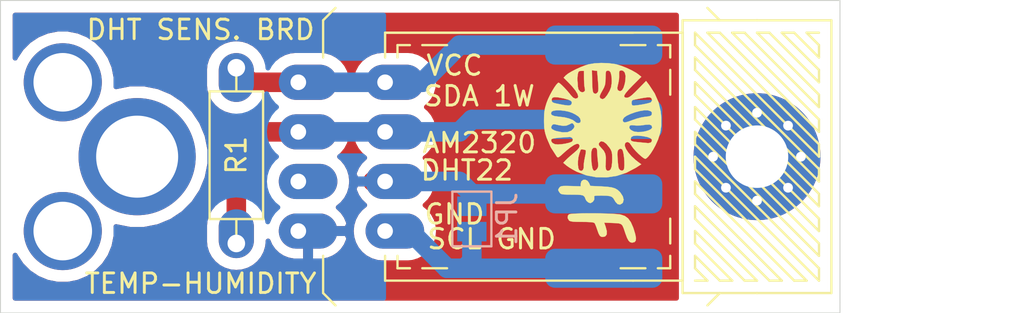
<source format=kicad_pcb>
(kicad_pcb (version 20171130) (host pcbnew 5.1.5+dfsg1-2build2)

  (general
    (thickness 1.6)
    (drawings 14)
    (tracks 26)
    (zones 0)
    (modules 7)
    (nets 6)
  )

  (page A4)
  (layers
    (0 F.Cu signal)
    (31 B.Cu signal)
    (32 B.Adhes user)
    (33 F.Adhes user)
    (34 B.Paste user)
    (35 F.Paste user)
    (36 B.SilkS user)
    (37 F.SilkS user)
    (38 B.Mask user)
    (39 F.Mask user)
    (40 Dwgs.User user)
    (41 Cmts.User user)
    (42 Eco1.User user)
    (43 Eco2.User user)
    (44 Edge.Cuts user)
    (45 Margin user)
    (46 B.CrtYd user)
    (47 F.CrtYd user)
    (48 B.Fab user)
    (49 F.Fab user)
  )

  (setup
    (last_trace_width 0.25)
    (user_trace_width 1)
    (user_trace_width 1.2)
    (trace_clearance 0.2)
    (zone_clearance 0.6)
    (zone_45_only no)
    (trace_min 0.2)
    (via_size 0.8)
    (via_drill 0.4)
    (via_min_size 0.4)
    (via_min_drill 0.3)
    (uvia_size 0.3)
    (uvia_drill 0.1)
    (uvias_allowed no)
    (uvia_min_size 0.2)
    (uvia_min_drill 0.1)
    (edge_width 0.05)
    (segment_width 0.2)
    (pcb_text_width 0.3)
    (pcb_text_size 1.5 1.5)
    (mod_edge_width 0.12)
    (mod_text_size 1 1)
    (mod_text_width 0.15)
    (pad_size 1.524 1.524)
    (pad_drill 0.762)
    (pad_to_mask_clearance 0.051)
    (solder_mask_min_width 0.25)
    (aux_axis_origin 0 0)
    (visible_elements FFFFFF7F)
    (pcbplotparams
      (layerselection 0x010fc_ffffffff)
      (usegerberextensions false)
      (usegerberattributes false)
      (usegerberadvancedattributes false)
      (creategerberjobfile false)
      (excludeedgelayer true)
      (linewidth 0.100000)
      (plotframeref false)
      (viasonmask false)
      (mode 1)
      (useauxorigin false)
      (hpglpennumber 1)
      (hpglpenspeed 20)
      (hpglpendiameter 15.000000)
      (psnegative false)
      (psa4output false)
      (plotreference true)
      (plotvalue true)
      (plotinvisibletext false)
      (padsonsilk false)
      (subtractmaskfromsilk false)
      (outputformat 1)
      (mirror false)
      (drillshape 1)
      (scaleselection 1)
      (outputdirectory ""))
  )

  (net 0 "")
  (net 1 "Net-(J1-Pad4)")
  (net 2 GND)
  (net 3 "Net-(DHT1-Pad2)")
  (net 4 +5C)
  (net 5 "Net-(DHT1-Pad3)")

  (net_class Default "This is the default net class."
    (clearance 0.2)
    (trace_width 0.25)
    (via_dia 0.8)
    (via_drill 0.4)
    (uvia_dia 0.3)
    (uvia_drill 0.1)
    (add_net +5C)
    (add_net GND)
    (add_net "Net-(DHT1-Pad2)")
    (add_net "Net-(DHT1-Pad3)")
    (add_net "Net-(J1-Pad4)")
  )

  (module myComponents:xffLogo (layer F.Cu) (tedit 0) (tstamp 635DA11C)
    (at 79.375 41.275 270)
    (fp_text reference G*** (at 0 0 90) (layer F.SilkS) hide
      (effects (font (size 1.524 1.524) (thickness 0.3)))
    )
    (fp_text value LOGO (at 0.75 0 90) (layer F.SilkS) hide
      (effects (font (size 1.524 1.524) (thickness 0.3)))
    )
    (fp_poly (pts (xy 4.52408 -1.664767) (xy 4.597892 -1.605237) (xy 4.625922 -1.495954) (xy 4.626945 -1.461491)
      (xy 4.604769 -1.374489) (xy 4.529698 -1.297122) (xy 4.388919 -1.220976) (xy 4.169617 -1.137635)
      (xy 4.096774 -1.113296) (xy 3.890106 -1.044061) (xy 3.75707 -0.984471) (xy 3.680508 -0.911788)
      (xy 3.643261 -0.803273) (xy 3.628172 -0.636187) (xy 3.622072 -0.484214) (xy 3.605244 -0.049101)
      (xy 3.808871 -0.120946) (xy 4.043877 -0.182092) (xy 4.210366 -0.175549) (xy 4.308283 -0.101333)
      (xy 4.337761 0.027836) (xy 4.32351 0.113665) (xy 4.269056 0.180265) (xy 4.156846 0.24063)
      (xy 3.969327 0.307756) (xy 3.952182 0.313283) (xy 3.796335 0.368) (xy 3.674269 0.419315)
      (xy 3.62685 0.446055) (xy 3.598132 0.507389) (xy 3.579047 0.643116) (xy 3.568856 0.861097)
      (xy 3.566604 1.086899) (xy 3.564167 1.350303) (xy 3.555615 1.533842) (xy 3.539087 1.65395)
      (xy 3.512723 1.727065) (xy 3.490865 1.75576) (xy 3.369343 1.82407) (xy 3.245179 1.809491)
      (xy 3.179294 1.757117) (xy 3.161027 1.687192) (xy 3.146671 1.53671) (xy 3.136158 1.321425)
      (xy 3.129422 1.057092) (xy 3.126393 0.759466) (xy 3.127005 0.444301) (xy 3.131189 0.127353)
      (xy 3.138877 -0.175623) (xy 3.150003 -0.448874) (xy 3.164498 -0.676643) (xy 3.182294 -0.843176)
      (xy 3.190683 -0.890821) (xy 3.263222 -1.104237) (xy 3.387559 -1.273698) (xy 3.577387 -1.411604)
      (xy 3.8464 -1.530355) (xy 3.928248 -1.558708) (xy 4.199227 -1.640115) (xy 4.394514 -1.67593)
      (xy 4.52408 -1.664767)) (layer F.SilkS) (width 0.01))
    (fp_poly (pts (xy 2.570618 -1.008574) (xy 2.613344 -0.97468) (xy 2.681089 -0.856682) (xy 2.655322 -0.737887)
      (xy 2.538634 -0.624999) (xy 2.460751 -0.579739) (xy 2.355835 -0.516474) (xy 2.286144 -0.440722)
      (xy 2.244628 -0.332424) (xy 2.224236 -0.171521) (xy 2.21792 0.062045) (xy 2.217736 0.111692)
      (xy 2.218926 0.299677) (xy 2.226769 0.40932) (xy 2.24645 0.458665) (xy 2.283155 0.465753)
      (xy 2.316927 0.456778) (xy 2.43118 0.46436) (xy 2.537552 0.535242) (xy 2.598708 0.640941)
      (xy 2.602657 0.674763) (xy 2.566308 0.77041) (xy 2.482489 0.863476) (xy 2.389044 0.914185)
      (xy 2.373367 0.915749) (xy 2.29952 0.946844) (xy 2.244619 0.991488) (xy 2.209947 1.046709)
      (xy 2.1872 1.141078) (xy 2.17431 1.291625) (xy 2.169208 1.515379) (xy 2.168881 1.61532)
      (xy 2.167611 1.853977) (xy 2.161638 2.015149) (xy 2.147712 2.117734) (xy 2.122583 2.180632)
      (xy 2.083004 2.222741) (xy 2.061762 2.238443) (xy 1.9647 2.29911) (xy 1.897659 2.303087)
      (xy 1.813689 2.25172) (xy 1.805544 2.245779) (xy 1.764187 2.20612) (xy 1.738357 2.147337)
      (xy 1.725452 2.05006) (xy 1.722873 1.894923) (xy 1.727875 1.667411) (xy 1.742783 1.156736)
      (xy 1.624352 1.156736) (xy 1.490554 1.121997) (xy 1.416348 1.03522) (xy 1.404959 0.922562)
      (xy 1.459614 0.810183) (xy 1.571637 0.729244) (xy 1.721452 0.663233) (xy 1.747511 0.097647)
      (xy 1.767032 -0.20391) (xy 1.798007 -0.428944) (xy 1.846928 -0.597202) (xy 1.920287 -0.728429)
      (xy 2.024578 -0.842369) (xy 2.0696 -0.881827) (xy 2.255004 -1.001689) (xy 2.427059 -1.0448)
      (xy 2.570618 -1.008574)) (layer F.SilkS) (width 0.01))
    (fp_poly (pts (xy -1.019326 -2.92245) (xy -0.658523 -2.8092) (xy -0.36148 -2.676744) (xy -0.140009 -2.557172)
      (xy 0.056986 -2.431197) (xy 0.212943 -2.311282) (xy 0.311299 -2.20989) (xy 0.337382 -2.150894)
      (xy 0.303411 -2.073965) (xy 0.214138 -1.955297) (xy 0.088519 -1.814615) (xy -0.054491 -1.671643)
      (xy -0.195935 -1.546103) (xy -0.316856 -1.45772) (xy -0.34285 -1.443131) (xy -0.476536 -1.347822)
      (xy -0.529972 -1.247243) (xy -0.498874 -1.155584) (xy -0.44248 -1.113197) (xy -0.326869 -1.102789)
      (xy -0.171124 -1.162194) (xy 0.010898 -1.281366) (xy 0.20534 -1.450261) (xy 0.398347 -1.658835)
      (xy 0.51253 -1.805485) (xy 0.615382 -1.947249) (xy 0.795536 -1.665622) (xy 1.045329 -1.190414)
      (xy 1.209633 -0.687032) (xy 1.287644 -0.168164) (xy 1.278559 0.353499) (xy 1.181574 0.865269)
      (xy 0.995886 1.354456) (xy 0.987795 1.370964) (xy 0.885693 1.562744) (xy 0.777355 1.742868)
      (xy 0.684782 1.874965) (xy 0.677738 1.883538) (xy 0.539496 2.048387) (xy 0.40983 1.927894)
      (xy 0.3159 1.831287) (xy 0.188043 1.687879) (xy 0.051961 1.526609) (xy 0.035271 1.506167)
      (xy -0.121755 1.3291) (xy -0.2434 1.232332) (xy -0.339298 1.210924) (xy -0.419083 1.259935)
      (xy -0.427039 1.269111) (xy -0.436176 1.353409) (xy -0.376646 1.49285) (xy -0.253058 1.679951)
      (xy -0.070023 1.907224) (xy 0.046621 2.038255) (xy 0.173067 2.178846) (xy 0.241839 2.267623)
      (xy 0.261528 2.322778) (xy 0.240726 2.362503) (xy 0.211428 2.387235) (xy -0.255029 2.687995)
      (xy -0.736752 2.897338) (xy -0.943726 2.96411) (xy -1.121861 3.005418) (xy -1.308534 3.026955)
      (xy -1.541126 3.034419) (xy -1.63871 3.034761) (xy -1.901395 3.029988) (xy -2.106191 3.012337)
      (xy -2.291335 2.976122) (xy -2.495063 2.915658) (xy -2.539433 2.900823) (xy -2.72941 2.825946)
      (xy -2.935736 2.727577) (xy -3.13975 2.616853) (xy -3.322789 2.504907) (xy -3.335002 2.496217)
      (xy -2.824177 2.496217) (xy -2.795579 2.59874) (xy -2.72676 2.641202) (xy -2.661983 2.641606)
      (xy -2.601596 2.628109) (xy -2.558797 2.592231) (xy -2.524949 2.515244) (xy -2.494821 2.392308)
      (xy -2.149116 2.392308) (xy -2.128589 2.549898) (xy -2.084089 2.64222) (xy -2.075083 2.649068)
      (xy -1.977115 2.679688) (xy -1.904307 2.630046) (xy -1.853828 2.495469) (xy -1.822847 2.271285)
      (xy -1.819542 2.227245) (xy -1.786397 1.974049) (xy -1.727398 1.742623) (xy -1.677184 1.620832)
      (xy -1.489087 1.620832) (xy -1.441055 1.714656) (xy -1.433871 1.726913) (xy -1.369639 1.87756)
      (xy -1.353785 2.046217) (xy -1.384981 2.261695) (xy -1.405255 2.347515) (xy -1.435118 2.487023)
      (xy -1.431887 2.566712) (xy -1.392324 2.618417) (xy -1.376471 2.630633) (xy -1.275693 2.672706)
      (xy -1.192664 2.631816) (xy -1.120791 2.502661) (xy -1.084819 2.396108) (xy -1.021219 2.084863)
      (xy -1.030165 1.8279) (xy -1.065345 1.741418) (xy -0.784103 1.741418) (xy -0.775706 1.843556)
      (xy -0.76372 2.009029) (xy -0.750509 2.204962) (xy -0.748367 2.238077) (xy -0.728999 2.43377)
      (xy -0.701212 2.579622) (xy -0.669359 2.653594) (xy -0.665722 2.656441) (xy -0.570694 2.667359)
      (xy -0.479322 2.602785) (xy -0.415669 2.481435) (xy -0.409468 2.457113) (xy -0.399588 2.322133)
      (xy -0.41165 2.142745) (xy -0.440444 1.948735) (xy -0.480759 1.76989) (xy -0.527386 1.635996)
      (xy -0.562215 1.583917) (xy -0.656697 1.552756) (xy -0.739937 1.596394) (xy -0.78365 1.694756)
      (xy -0.784103 1.741418) (xy -1.065345 1.741418) (xy -1.110994 1.629204) (xy -1.23204 1.511496)
      (xy -1.322691 1.470883) (xy -1.404332 1.500298) (xy -1.424829 1.514762) (xy -1.484221 1.566936)
      (xy -1.489087 1.620832) (xy -1.677184 1.620832) (xy -1.650482 1.556068) (xy -1.563584 1.437487)
      (xy -1.543004 1.422247) (xy -1.505152 1.355447) (xy -1.494118 1.274385) (xy -1.515395 1.18387)
      (xy -1.596941 1.15696) (xy -1.611168 1.156736) (xy -1.727961 1.183356) (xy -1.833724 1.27142)
      (xy -1.940007 1.433234) (xy -2.017579 1.58973) (xy -2.079902 1.768161) (xy -2.123468 1.977416)
      (xy -2.146974 2.193472) (xy -2.149116 2.392308) (xy -2.494821 2.392308) (xy -2.491417 2.378421)
      (xy -2.455246 2.193299) (xy -2.414381 1.960821) (xy -2.396567 1.804594) (xy -2.402927 1.707)
      (xy -2.434588 1.650424) (xy -2.491999 1.617506) (xy -2.571411 1.610094) (xy -2.636634 1.663152)
      (xy -2.694259 1.787507) (xy -2.750875 1.993984) (xy -2.768126 2.071139) (xy -2.814408 2.323671)
      (xy -2.824177 2.496217) (xy -3.335002 2.496217) (xy -3.46619 2.402877) (xy -3.551291 2.321896)
      (xy -3.566603 2.287945) (xy -3.532332 2.227812) (xy -3.441504 2.12411) (xy -3.312098 1.994399)
      (xy -3.162092 1.856235) (xy -3.009465 1.727177) (xy -2.927988 1.664272) (xy -2.794875 1.538403)
      (xy -2.747273 1.423672) (xy -2.747248 1.421258) (xy -2.776169 1.314734) (xy -2.859272 1.281558)
      (xy -2.991064 1.319371) (xy -3.166057 1.425814) (xy -3.378759 1.59853) (xy -3.559772 1.770184)
      (xy -3.819495 2.029907) (xy -3.937457 1.919087) (xy -4.030283 1.802175) (xy -4.140587 1.61847)
      (xy -4.25625 1.392916) (xy -4.36515 1.150459) (xy -4.427518 0.988045) (xy -4.16907 0.988045)
      (xy -4.16907 1.132637) (xy -4.15917 1.227259) (xy -4.111323 1.276306) (xy -3.998309 1.304564)
      (xy -3.976281 1.308185) (xy -3.812414 1.323971) (xy -3.662434 1.322232) (xy -3.644924 1.320235)
      (xy -3.48493 1.305499) (xy -3.367789 1.301328) (xy -3.223831 1.270483) (xy -3.11794 1.192499)
      (xy -3.086708 1.12393) (xy -0.146965 1.12393) (xy -0.132543 1.157462) (xy -0.084222 1.172649)
      (xy 0.022785 1.209925) (xy 0.072296 1.227642) (xy 0.25083 1.273245) (xy 0.452209 1.296474)
      (xy 0.648246 1.297419) (xy 0.810751 1.276167) (xy 0.911535 1.232807) (xy 0.919103 1.224992)
      (xy 0.956681 1.127341) (xy 0.91392 1.047066) (xy 0.806865 1.002801) (xy 0.725885 1.000599)
      (xy 0.598424 0.996207) (xy 0.420003 0.972165) (xy 0.258558 0.94008) (xy 0.092399 0.906766)
      (xy -0.037096 0.890401) (xy -0.100557 0.894223) (xy -0.126835 0.946861) (xy -0.144151 1.038634)
      (xy -0.146965 1.12393) (xy -3.086708 1.12393) (xy -3.070891 1.089207) (xy -3.087485 1.006808)
      (xy -3.146654 0.938084) (xy -3.236608 0.937207) (xy -3.26933 0.946193) (xy -3.378914 0.965076)
      (xy -3.550737 0.979342) (xy -3.750665 0.986311) (xy -3.783491 0.986572) (xy -4.16907 0.988045)
      (xy -4.427518 0.988045) (xy -4.455168 0.916043) (xy -4.505972 0.748982) (xy -4.534175 0.581485)
      (xy -4.199872 0.581485) (xy -3.635349 0.567877) (xy -3.386302 0.559788) (xy -3.216629 0.54793)
      (xy -3.109314 0.529627) (xy -3.047343 0.502204) (xy -3.018298 0.470828) (xy -3.000188 0.406492)
      (xy -0.233322 0.406492) (xy -0.227686 0.504507) (xy -0.161299 0.571619) (xy -0.02656 0.609576)
      (xy 0.184135 0.620127) (xy 0.478389 0.605021) (xy 0.587843 0.595395) (xy 0.803271 0.561142)
      (xy 0.924432 0.507817) (xy 0.951603 0.435144) (xy 0.885063 0.342849) (xy 0.862165 0.323327)
      (xy 0.779397 0.273149) (xy 0.676842 0.255857) (xy 0.520468 0.26673) (xy 0.485687 0.271092)
      (xy 0.285513 0.292392) (xy 0.082942 0.306725) (xy 0.000857 0.309666) (xy -0.139651 0.32055)
      (xy -0.209996 0.35406) (xy -0.233322 0.406492) (xy -3.000188 0.406492) (xy -2.99424 0.385366)
      (xy -3.045204 0.307953) (xy -3.091715 0.273251) (xy -3.158842 0.25363) (xy -3.265898 0.247902)
      (xy -3.432198 0.254877) (xy -3.646854 0.270901) (xy -4.16907 0.313283) (xy -4.199872 0.581485)
      (xy -4.534175 0.581485) (xy -4.555377 0.45557) (xy -4.574809 0.11038) (xy -4.56486 -0.22886)
      (xy -4.184461 -0.22886) (xy -4.169589 -0.173636) (xy -4.130431 -0.141042) (xy -4.045956 -0.124961)
      (xy -3.895132 -0.119273) (xy -3.805109 -0.118502) (xy -3.599757 -0.112015) (xy -3.450078 -0.088626)
      (xy -3.315602 -0.038392) (xy -3.178543 0.035428) (xy -3.006726 0.130566) (xy -2.894843 0.177433)
      (xy -2.822125 0.180471) (xy -2.767802 0.144123) (xy -2.752318 0.126602) (xy -2.744098 0.102886)
      (xy -0.562795 0.102886) (xy -0.533987 0.164092) (xy -0.447862 0.231448) (xy -0.355732 0.21735)
      (xy -0.240206 0.118972) (xy -0.237339 0.115914) (xy -0.081427 -0.024837) (xy 0.080423 -0.105121)
      (xy 0.277411 -0.134377) (xy 0.507934 -0.124963) (xy 0.737661 -0.116351) (xy 0.881941 -0.141821)
      (xy 0.946362 -0.203761) (xy 0.93651 -0.304559) (xy 0.935364 -0.30759) (xy 0.872793 -0.379173)
      (xy 0.743345 -0.426456) (xy 0.537111 -0.451802) (xy 0.305385 -0.457875) (xy 0.111878 -0.453032)
      (xy -0.022422 -0.431991) (xy -0.134487 -0.38498) (xy -0.247957 -0.311643) (xy -0.432558 -0.158889)
      (xy -0.539106 -0.018048) (xy -0.562795 0.102886) (xy -2.744098 0.102886) (xy -2.718513 0.029076)
      (xy -2.775053 -0.077623) (xy -2.924132 -0.197519) (xy -2.931606 -0.202361) (xy -3.146971 -0.327866)
      (xy -3.332903 -0.399479) (xy -3.529622 -0.429941) (xy -3.662128 -0.433776) (xy -3.920243 -0.419865)
      (xy -4.089716 -0.377137) (xy -4.174342 -0.304102) (xy -4.184461 -0.22886) (xy -4.56486 -0.22886)
      (xy -4.564334 -0.246773) (xy -4.524016 -0.576071) (xy -4.503658 -0.674032) (xy -4.429454 -0.921122)
      (xy -4.421619 -0.941041) (xy -4.193169 -0.941041) (xy -4.186226 -0.866369) (xy -4.150998 -0.825944)
      (xy -4.065886 -0.811) (xy -3.90929 -0.812769) (xy -3.879886 -0.813872) (xy -3.708159 -0.803182)
      (xy -3.518452 -0.767363) (xy -3.470209 -0.753748) (xy -3.291707 -0.717216) (xy -3.182225 -0.743177)
      (xy -3.135529 -0.833891) (xy -3.133646 -0.86318) (xy -0.182396 -0.86318) (xy -0.142914 -0.793234)
      (xy -0.094888 -0.752975) (xy -0.019997 -0.731365) (xy 0.103597 -0.725795) (xy 0.297734 -0.733655)
      (xy 0.336265 -0.735951) (xy 0.534474 -0.751226) (xy 0.701843 -0.769859) (xy 0.810146 -0.78852)
      (xy 0.827678 -0.793937) (xy 0.917402 -0.867337) (xy 0.94242 -0.96625) (xy 0.905471 -1.041062)
      (xy 0.823104 -1.070842) (xy 0.674086 -1.083598) (xy 0.484648 -1.081425) (xy 0.281016 -1.066415)
      (xy 0.089421 -1.040664) (xy -0.063909 -1.006265) (xy -0.152746 -0.965311) (xy -0.160839 -0.955938)
      (xy -0.182396 -0.86318) (xy -3.133646 -0.86318) (xy -3.132827 -0.875913) (xy -3.17896 -0.963614)
      (xy -3.309317 -1.041142) (xy -3.511839 -1.102922) (xy -3.691057 -1.13394) (xy -3.921919 -1.142276)
      (xy -4.086843 -1.101369) (xy -4.177655 -1.014361) (xy -4.193169 -0.941041) (xy -4.421619 -0.941041)
      (xy -4.322021 -1.194236) (xy -4.196267 -1.460917) (xy -4.067103 -1.688709) (xy -3.983281 -1.806862)
      (xy -3.865783 -1.950916) (xy -3.420496 -1.505629) (xy -3.198879 -1.291721) (xy -3.032045 -1.15003)
      (xy -2.914204 -1.077785) (xy -2.839567 -1.072218) (xy -2.802343 -1.130558) (xy -2.795446 -1.206648)
      (xy -2.80711 -1.281659) (xy -2.849381 -1.36578) (xy -2.933174 -1.473441) (xy -3.069408 -1.619074)
      (xy -3.223843 -1.772967) (xy -3.65224 -2.192979) (xy -3.451442 -2.347027) (xy -3.404949 -2.377613)
      (xy -2.813541 -2.377613) (xy -2.813392 -2.262416) (xy -2.788655 -2.07842) (xy -2.769699 -1.97082)
      (xy -2.733247 -1.77875) (xy -2.701183 -1.62016) (xy -2.678892 -1.521345) (xy -2.674541 -1.506167)
      (xy -2.61615 -1.459562) (xy -2.517631 -1.447894) (xy -2.428111 -1.471369) (xy -2.398204 -1.505009)
      (xy -2.394819 -1.588314) (xy -2.409049 -1.736178) (xy -2.435932 -1.920143) (xy -2.470505 -2.111752)
      (xy -2.471094 -2.11445) (xy -2.151517 -2.11445) (xy -2.115971 -1.888622) (xy -2.050915 -1.639716)
      (xy -1.965467 -1.39806) (xy -1.868745 -1.193984) (xy -1.782852 -1.070963) (xy -1.676989 -1.000627)
      (xy -1.581403 -1.009464) (xy -1.527708 -1.077084) (xy -1.534291 -1.146273) (xy -1.571439 -1.278608)
      (xy -1.631714 -1.448649) (xy -1.649931 -1.495084) (xy -1.726866 -1.720107) (xy -1.787791 -1.958553)
      (xy -1.81936 -2.155648) (xy -1.84032 -2.33107) (xy -1.8504 -2.363766) (xy -1.420601 -2.363766)
      (xy -1.413038 -2.180209) (xy -1.398489 -2.100277) (xy -1.37154 -1.892469) (xy -1.369488 -1.683105)
      (xy -1.376748 -1.61058) (xy -1.389986 -1.45414) (xy -1.368622 -1.368653) (xy -1.346345 -1.34756)
      (xy -1.246442 -1.333223) (xy -1.151295 -1.402018) (xy -1.075787 -1.541216) (xy -1.059774 -1.59262)
      (xy -1.040248 -1.732125) (xy -0.855155 -1.732125) (xy -0.838726 -1.542794) (xy -0.78056 -1.43472)
      (xy -0.679745 -1.404659) (xy -0.662247 -1.406481) (xy -0.607446 -1.422989) (xy -0.571301 -1.467031)
      (xy -0.546501 -1.558756) (xy -0.525733 -1.718314) (xy -0.516745 -1.807401) (xy -0.497511 -2.005595)
      (xy -0.48079 -2.178863) (xy -0.46972 -2.294688) (xy -0.468548 -2.307159) (xy -0.493267 -2.421041)
      (xy -0.541316 -2.475033) (xy -0.636703 -2.497145) (xy -0.715876 -2.428749) (xy -0.779851 -2.268197)
      (xy -0.829644 -2.01384) (xy -0.830759 -2.005955) (xy -0.855155 -1.732125) (xy -1.040248 -1.732125)
      (xy -1.035672 -1.764814) (xy -1.042067 -1.960092) (xy -1.073515 -2.15513) (xy -1.124573 -2.326604)
      (xy -1.189797 -2.451189) (xy -1.263742 -2.505563) (xy -1.273024 -2.506262) (xy -1.374303 -2.471242)
      (xy -1.420601 -2.363766) (xy -1.8504 -2.363766) (xy -1.871311 -2.431587) (xy -1.91982 -2.478657)
      (xy -1.933966 -2.484091) (xy -2.038246 -2.493515) (xy -2.105082 -2.432386) (xy -2.148204 -2.288079)
      (xy -2.148432 -2.286869) (xy -2.151517 -2.11445) (xy -2.471094 -2.11445) (xy -2.507804 -2.28255)
      (xy -2.542867 -2.40408) (xy -2.561749 -2.442749) (xy -2.659288 -2.502513) (xy -2.760882 -2.469792)
      (xy -2.78982 -2.440745) (xy -2.813541 -2.377613) (xy -3.404949 -2.377613) (xy -3.017501 -2.6325)
      (xy -2.570068 -2.828635) (xy -2.090703 -2.94236) (xy -1.783302 -2.973734) (xy -1.382235 -2.974784)
      (xy -1.019326 -2.92245)) (layer F.SilkS) (width 0.01))
  )

  (module myComponents:DHT_Horiz (layer F.Cu) (tedit 633CA6D4) (tstamp 633CA9F0)
    (at 63.755 37.69)
    (path /63353A26)
    (fp_text reference DHT1 (at 8.255 -5.08) (layer F.SilkS) hide
      (effects (font (size 1 1) (thickness 0.15)))
    )
    (fp_text value DHT22 (at 19.05 13.335) (layer F.Fab) hide
      (effects (font (size 1 1) (thickness 0.15)))
    )
    (fp_line (start 20.955 11.43) (end 21.59 10.795) (layer F.SilkS) (width 0.12))
    (fp_line (start 20.955 -3.81) (end 21.59 -3.175) (layer F.SilkS) (width 0.12))
    (fp_text user DHT22 (at 8.635 4.51) (layer F.SilkS)
      (effects (font (size 1 1) (thickness 0.15)))
    )
    (fp_circle (center 23.495 3.81) (end 24.13 5.08) (layer F.SilkS) (width 0.12))
    (fp_line (start 1.27 10.795) (end 1.905 11.43) (layer F.SilkS) (width 0.12))
    (fp_line (start 1.27 -3.175) (end 1.905 -3.81) (layer F.SilkS) (width 0.12))
    (fp_line (start 1.27 10.795) (end 1.27 8.89) (layer F.SilkS) (width 0.12))
    (fp_line (start 1.27 -1.27) (end 1.27 -3.175) (layer F.SilkS) (width 0.12))
    (fp_line (start 20.955 -3.81) (end 21.59 -3.175) (layer F.CrtYd) (width 0.12))
    (fp_line (start 21.59 10.795) (end 20.955 11.43) (layer F.CrtYd) (width 0.12))
    (fp_line (start 1.905 11.43) (end 1.27 10.795) (layer F.CrtYd) (width 0.12))
    (fp_line (start 1.27 10.795) (end 1.27 -3.175) (layer F.CrtYd) (width 0.12))
    (fp_line (start 1.27 -3.175) (end 1.905 -3.81) (layer F.CrtYd) (width 0.12))
    (pad 1 thru_hole oval (at 0 0) (size 3 1.8) (drill 0.8 (offset 0.5 0)) (layers *.Cu *.Mask)
      (net 4 +5C))
    (pad 2 thru_hole oval (at 0 2.54) (size 3 1.8) (drill 0.8 (offset 0.5 0)) (layers *.Cu *.Mask)
      (net 3 "Net-(DHT1-Pad2)"))
    (pad 3 thru_hole oval (at 0 5.08) (size 3 1.8) (drill 0.8 (offset 0.5 0)) (layers *.Cu *.Mask)
      (net 5 "Net-(DHT1-Pad3)"))
    (pad 4 thru_hole oval (at 0 7.62) (size 3 1.8) (drill 0.8 (offset 0.5 0)) (layers *.Cu *.Mask)
      (net 2 GND))
  )

  (module myComponents:DHT_4wireCable4mm (layer F.Cu) (tedit 633C9FD0) (tstamp 633D1D33)
    (at 55.5 41.5)
    (path /6335D5FE)
    (fp_text reference J1 (at 0.635 -5.715) (layer F.SilkS) hide
      (effects (font (size 1 1) (thickness 0.15)))
    )
    (fp_text value Conn_01x04_Male (at 19.685 6.35) (layer F.Fab) hide
      (effects (font (size 1 1) (thickness 0.15)))
    )
    (pad 4 smd roundrect (at 25.4 5.715) (size 6 2) (drill (offset -1.5 0)) (layers B.Cu B.Paste B.Mask) (roundrect_rratio 0.25)
      (net 1 "Net-(J1-Pad4)"))
    (pad 3 smd roundrect (at 25.4 1.905) (size 6 2) (drill (offset -1.5 0)) (layers B.Cu B.Paste B.Mask) (roundrect_rratio 0.25)
      (net 2 GND))
    (pad 2 smd roundrect (at 25.4 -1.905) (size 6 2) (drill (offset -1.5 0)) (layers B.Cu B.Paste B.Mask) (roundrect_rratio 0.25)
      (net 3 "Net-(DHT1-Pad2)"))
    (pad 1 smd roundrect (at 25.4 -5.715) (size 6 2) (drill (offset -1.5 0)) (layers B.Cu B.Paste B.Mask) (roundrect_rratio 0.25)
      (net 4 +5C))
    (pad "" thru_hole circle (at 0 0) (size 6 6) (drill 4.2) (layers *.Cu *.Mask))
    (pad "" thru_hole circle (at -3.81 -3.81) (size 4 4) (drill 3) (layers *.Cu *.Mask))
    (pad "" thru_hole circle (at -3.81 3.81) (size 4 4) (drill 3) (layers *.Cu *.Mask))
  )

  (module "myComponents:M3 mechanical" (layer F.Cu) (tedit 633C9DD9) (tstamp 633D1CD5)
    (at 87.25 41.5)
    (fp_text reference REF** (at -6.985 4.445 90) (layer F.SilkS) hide
      (effects (font (size 1 1) (thickness 0.15)))
    )
    (fp_text value "M3 mechanical" (at -5.08 1.27 90) (layer F.Fab) hide
      (effects (font (size 1 1) (thickness 0.15)))
    )
    (fp_text user %R (at 11.43 -0.635) (layer F.Fab)
      (effects (font (size 1 1) (thickness 0.15)))
    )
    (fp_circle (center 0 0) (end 3.1 0) (layer Cmts.User) (width 0.15))
    (fp_line (start 0 6.985) (end 3.81 6.985) (layer F.SilkS) (width 0.12))
    (fp_text user " " (at 0 -2.985) (layer F.Fab)
      (effects (font (size 1 1) (thickness 0.15)))
    )
    (fp_line (start -3.81 6.985) (end 0 6.985) (layer F.SilkS) (width 0.12))
    (fp_line (start 0 -6.985) (end 3.81 -6.985) (layer F.SilkS) (width 0.12))
    (fp_line (start -3.81 -6.985) (end 0 -6.985) (layer F.SilkS) (width 0.12))
    (fp_line (start 3.81 -6.985) (end 3.81 6.985) (layer F.SilkS) (width 0.12))
    (fp_line (start -3.81 -6.985) (end -3.81 6.985) (layer F.SilkS) (width 0.12))
    (fp_line (start 3.81 -6.985) (end 3.81 6.985) (layer F.CrtYd) (width 0.12))
    (fp_line (start 3.81 6.985) (end -3.81 6.985) (layer F.CrtYd) (width 0.12))
    (fp_line (start -3.81 6.985) (end -3.81 -6.985) (layer F.CrtYd) (width 0.12))
    (fp_line (start -3.81 -6.985) (end 3.81 -6.985) (layer F.CrtYd) (width 0.12))
    (fp_line (start 3.175 -6.35) (end 2.54 -6.35) (layer F.SilkS) (width 0.12))
    (fp_line (start 2.54 -6.35) (end 3.175 -5.715) (layer F.SilkS) (width 0.12))
    (fp_line (start 3.175 -5.715) (end 3.175 -5.08) (layer F.SilkS) (width 0.12))
    (fp_line (start 3.175 -5.08) (end 1.905 -6.35) (layer F.SilkS) (width 0.12))
    (fp_line (start 1.905 -6.35) (end 1.27 -6.35) (layer F.SilkS) (width 0.12))
    (fp_line (start 1.27 -6.35) (end 3.175 -4.445) (layer F.SilkS) (width 0.12))
    (fp_line (start 3.175 -4.445) (end 3.175 -3.81) (layer F.SilkS) (width 0.12))
    (fp_line (start 3.175 -3.81) (end 0.635 -6.35) (layer F.SilkS) (width 0.12))
    (fp_line (start 0.635 -6.35) (end 0 -6.35) (layer F.SilkS) (width 0.12))
    (fp_line (start 0 -6.35) (end 3.175 -3.175) (layer F.SilkS) (width 0.12))
    (fp_line (start 3.175 -3.175) (end 3.175 -2.54) (layer F.SilkS) (width 0.12))
    (fp_line (start 3.175 -2.54) (end -0.635 -6.35) (layer F.SilkS) (width 0.12))
    (fp_line (start -0.635 -6.35) (end -1.27 -6.35) (layer F.SilkS) (width 0.12))
    (fp_line (start -1.27 -6.35) (end 3.175 -1.905) (layer F.SilkS) (width 0.12))
    (fp_line (start 3.175 -1.905) (end 3.175 -1.27) (layer F.SilkS) (width 0.12))
    (fp_line (start 3.175 -1.27) (end -1.905 -6.35) (layer F.SilkS) (width 0.12))
    (fp_line (start -1.905 -6.35) (end -2.54 -6.35) (layer F.SilkS) (width 0.12))
    (fp_line (start -2.54 -6.35) (end 3.175 -0.635) (layer F.SilkS) (width 0.12))
    (fp_line (start 3.175 -0.635) (end 3.175 0) (layer F.SilkS) (width 0.12))
    (fp_line (start 3.175 0) (end -3.175 -6.35) (layer F.SilkS) (width 0.12))
    (fp_line (start -3.175 -6.35) (end -3.175 -5.715) (layer F.SilkS) (width 0.12))
    (fp_line (start -3.175 -5.715) (end 3.175 0.635) (layer F.SilkS) (width 0.12))
    (fp_line (start 3.175 0.635) (end 3.175 1.27) (layer F.SilkS) (width 0.12))
    (fp_line (start 3.175 1.27) (end -3.175 -5.08) (layer F.SilkS) (width 0.12))
    (fp_line (start -3.175 -5.08) (end -3.175 -4.445) (layer F.SilkS) (width 0.12))
    (fp_line (start -3.175 -4.445) (end 3.175 1.905) (layer F.SilkS) (width 0.12))
    (fp_line (start 3.175 1.905) (end 3.175 2.54) (layer F.SilkS) (width 0.12))
    (fp_line (start 3.175 2.54) (end -3.175 -3.81) (layer F.SilkS) (width 0.12))
    (fp_line (start -3.175 -3.81) (end -3.175 -3.175) (layer F.SilkS) (width 0.12))
    (fp_line (start -3.175 -3.175) (end 3.175 3.175) (layer F.SilkS) (width 0.12))
    (fp_line (start 3.175 3.175) (end 3.175 3.81) (layer F.SilkS) (width 0.12))
    (fp_line (start 3.175 3.81) (end -3.175 -2.54) (layer F.SilkS) (width 0.12))
    (fp_line (start -3.175 -2.54) (end -3.175 -1.905) (layer F.SilkS) (width 0.12))
    (fp_line (start -3.175 -1.905) (end 3.175 4.445) (layer F.SilkS) (width 0.12))
    (fp_line (start 3.175 4.445) (end 3.175 5.08) (layer F.SilkS) (width 0.12))
    (fp_line (start 3.175 5.08) (end -3.175 -1.27) (layer F.SilkS) (width 0.12))
    (fp_line (start -3.175 -1.27) (end -3.175 -0.635) (layer F.SilkS) (width 0.12))
    (fp_line (start -3.175 -0.635) (end 3.175 5.715) (layer F.SilkS) (width 0.12))
    (fp_line (start 3.175 5.715) (end 3.175 6.35) (layer F.SilkS) (width 0.12))
    (fp_line (start 3.175 6.35) (end -3.175 0) (layer F.SilkS) (width 0.12))
    (fp_line (start -3.175 0) (end -3.175 0.635) (layer F.SilkS) (width 0.12))
    (fp_line (start -3.175 0.635) (end 2.54 6.35) (layer F.SilkS) (width 0.12))
    (fp_line (start 2.54 6.35) (end 1.905 6.35) (layer F.SilkS) (width 0.12))
    (fp_line (start 1.905 6.35) (end -3.175 1.27) (layer F.SilkS) (width 0.12))
    (fp_line (start -3.175 1.27) (end -3.175 1.905) (layer F.SilkS) (width 0.12))
    (fp_line (start -3.175 1.905) (end 1.27 6.35) (layer F.SilkS) (width 0.12))
    (fp_line (start 1.27 6.35) (end 0.635 6.35) (layer F.SilkS) (width 0.12))
    (fp_line (start 0.635 6.35) (end -3.175 2.54) (layer F.SilkS) (width 0.12))
    (fp_line (start -3.175 2.54) (end -3.175 3.175) (layer F.SilkS) (width 0.12))
    (fp_line (start -3.175 3.175) (end 0 6.35) (layer F.SilkS) (width 0.12))
    (fp_line (start 0 6.35) (end -0.635 6.35) (layer F.SilkS) (width 0.12))
    (fp_line (start -0.635 6.35) (end -3.175 3.81) (layer F.SilkS) (width 0.12))
    (fp_line (start -3.175 3.81) (end -3.175 4.445) (layer F.SilkS) (width 0.12))
    (fp_line (start -3.175 4.445) (end -1.27 6.35) (layer F.SilkS) (width 0.12))
    (fp_line (start -1.27 6.35) (end -1.905 6.35) (layer F.SilkS) (width 0.12))
    (fp_line (start -1.905 6.35) (end -3.175 5.08) (layer F.SilkS) (width 0.12))
    (fp_line (start -3.175 5.08) (end -3.175 5.715) (layer F.SilkS) (width 0.12))
    (fp_line (start -3.175 5.715) (end -2.54 6.35) (layer F.SilkS) (width 0.12))
    (fp_line (start -2.54 6.35) (end -3.175 6.35) (layer F.SilkS) (width 0.12))
    (pad "" thru_hole circle (at 0 0) (size 6.5 6.5) (drill 3.2) (layers *.Cu *.Mask))
    (pad 1 thru_hole circle (at -2.25 0) (size 0.8 0.8) (drill 0.5) (layers *.Cu *.Mask))
    (pad 1 thru_hole circle (at -1.59099 -1.59099) (size 0.8 0.8) (drill 0.5) (layers *.Cu *.Mask))
    (pad 1 thru_hole circle (at 1.59099 1.59099) (size 0.8 0.8) (drill 0.5) (layers *.Cu *.Mask))
    (pad 1 thru_hole circle (at 0 2.25) (size 0.8 0.8) (drill 0.5) (layers *.Cu *.Mask))
    (pad 1 thru_hole circle (at 0 -2.25) (size 0.8 0.8) (drill 0.5) (layers *.Cu *.Mask))
    (pad 1 thru_hole circle (at 1.59099 -1.59099) (size 0.8 0.8) (drill 0.5) (layers *.Cu *.Mask))
    (pad 1 thru_hole circle (at -1.59099 1.59099) (size 0.8 0.8) (drill 0.5) (layers *.Cu *.Mask))
    (pad 1 thru_hole circle (at 2.25 0) (size 0.8 0.8) (drill 0.5) (layers *.Cu *.Mask))
  )

  (module myComponents:resistor0.25,9mm (layer F.Cu) (tedit 61FC090F) (tstamp 633D1CB9)
    (at 60.58 36.945 270)
    (descr "Resistor, Axial_DIN0207 series, Axial, Horizontal, pin pitch=10.16mm, 0.25W = 1/4W, length*diameter=6.3*2.5mm^2, http://cdn-reichelt.de/documents/datenblatt/B400/1_4W%23YAG.pdf")
    (tags "Resistor Axial_DIN0207 series Axial Horizontal pin pitch 10.16mm 0.25W = 1/4W length 6.3mm diameter 2.5mm")
    (path /63354A96)
    (fp_text reference R1 (at 4.48 0 90) (layer F.SilkS)
      (effects (font (size 1 1) (thickness 0.15)))
    )
    (fp_text value R (at 4.48 1.27 90) (layer F.Fab)
      (effects (font (size 1 1) (thickness 0.15)))
    )
    (fp_line (start 1.33 -1.25) (end 1.33 1.25) (layer F.Fab) (width 0.1))
    (fp_line (start 1.33 1.25) (end 7.63 1.25) (layer F.Fab) (width 0.1))
    (fp_line (start 7.63 1.25) (end 7.63 -1.25) (layer F.Fab) (width 0.1))
    (fp_line (start 7.63 -1.25) (end 1.33 -1.25) (layer F.Fab) (width 0.1))
    (fp_line (start -0.6 0) (end 1.33 0) (layer F.Fab) (width 0.1))
    (fp_line (start 9.56 0) (end 7.63 0) (layer F.Fab) (width 0.1))
    (fp_line (start 1.21 -1.37) (end 1.21 1.37) (layer F.SilkS) (width 0.12))
    (fp_line (start 1.21 1.37) (end 7.75 1.37) (layer F.SilkS) (width 0.12))
    (fp_line (start 7.75 1.37) (end 7.75 -1.37) (layer F.SilkS) (width 0.12))
    (fp_line (start 7.75 -1.37) (end 1.21 -1.37) (layer F.SilkS) (width 0.12))
    (fp_line (start 0.44 0) (end 1.21 0) (layer F.SilkS) (width 0.12))
    (fp_line (start 8.52 0) (end 7.75 0) (layer F.SilkS) (width 0.12))
    (fp_line (start -1 -1.5) (end -1 1.5) (layer F.CrtYd) (width 0.05))
    (fp_line (start 10 1.5) (end 10 -1.5) (layer F.CrtYd) (width 0.05))
    (fp_text user %R (at 4.48 0 90) (layer F.Fab)
      (effects (font (size 1 1) (thickness 0.15)))
    )
    (fp_line (start -1 -1.5) (end 10 -1.5) (layer F.CrtYd) (width 0.05))
    (fp_line (start 10 1.5) (end -1 1.5) (layer F.CrtYd) (width 0.05))
    (pad 1 thru_hole oval (at 0 0 270) (size 2.5 1.8) (drill 0.9 (offset 0.5 0)) (layers *.Cu *.Mask)
      (net 4 +5C))
    (pad 2 thru_hole oval (at 9 0 270) (size 2.5 1.8) (drill 0.9 (offset -0.5 0)) (layers *.Cu *.Mask)
      (net 3 "Net-(DHT1-Pad2)"))
    (model ${KISYS3DMOD}/Resistor_THT.3dshapes/R_Axial_DIN0207_L6.3mm_D2.5mm_P10.16mm_Horizontal.wrl
      (at (xyz 0 0 0))
      (scale (xyz 1 1 1))
      (rotate (xyz 0 0 0))
    )
  )

  (module Jumper:SolderJumper-2_P1.3mm_Open_Pad1.0x1.5mm (layer B.Cu) (tedit 5A3EABFC) (tstamp 633CA63C)
    (at 72.645 44.69 90)
    (descr "SMD Solder Jumper, 1x1.5mm Pads, 0.3mm gap, open")
    (tags "solder jumper open")
    (path /63361517)
    (attr virtual)
    (fp_text reference JP1 (at 0 1.8 270) (layer B.SilkS)
      (effects (font (size 1 1) (thickness 0.15)) (justify mirror))
    )
    (fp_text value SolderJumper_2_Open (at 0.015 -1.9 270) (layer B.Fab) hide
      (effects (font (size 1 1) (thickness 0.15)) (justify mirror))
    )
    (fp_line (start -1.4 -1) (end -1.4 1) (layer B.SilkS) (width 0.12))
    (fp_line (start 1.4 -1) (end -1.4 -1) (layer B.SilkS) (width 0.12))
    (fp_line (start 1.4 1) (end 1.4 -1) (layer B.SilkS) (width 0.12))
    (fp_line (start -1.4 1) (end 1.4 1) (layer B.SilkS) (width 0.12))
    (fp_line (start -1.65 1.25) (end 1.65 1.25) (layer B.CrtYd) (width 0.05))
    (fp_line (start -1.65 1.25) (end -1.65 -1.25) (layer B.CrtYd) (width 0.05))
    (fp_line (start 1.65 -1.25) (end 1.65 1.25) (layer B.CrtYd) (width 0.05))
    (fp_line (start 1.65 -1.25) (end -1.65 -1.25) (layer B.CrtYd) (width 0.05))
    (pad 2 smd rect (at 0.65 0 90) (size 1 1.5) (layers B.Cu B.Mask)
      (net 2 GND))
    (pad 1 smd rect (at -0.65 0 90) (size 1 1.5) (layers B.Cu B.Mask)
      (net 1 "Net-(J1-Pad4)"))
  )

  (module myComponents:AM2320_Horiz (layer F.Cu) (tedit 6313BC2E) (tstamp 633D1C6E)
    (at 68.2 37.69)
    (path /63353CE3)
    (fp_text reference U1 (at 5.715 6.985) (layer F.SilkS) hide
      (effects (font (size 1 1) (thickness 0.15)))
    )
    (fp_text value AM2320 (at 8.255 13.335) (layer F.Fab) hide
      (effects (font (size 1 1) (thickness 0.15)))
    )
    (fp_line (start 0 -2.54) (end 12.7 -2.54) (layer F.SilkS) (width 0.12))
    (fp_line (start 12.7 10.16) (end 0 10.16) (layer F.SilkS) (width 0.12))
    (fp_line (start 0 -2.54) (end 15.24 -2.54) (layer F.SilkS) (width 0.12))
    (fp_line (start 15.24 -2.54) (end 15.24 10.16) (layer F.SilkS) (width 0.12))
    (fp_line (start 15.24 10.16) (end 12.7 10.16) (layer F.SilkS) (width 0.12))
    (fp_text user AM2320 (at 4.825 3.11 180) (layer F.SilkS)
      (effects (font (size 1 1) (thickness 0.15)))
    )
    (fp_line (start 13.97 9.525) (end 14.605 9.525) (layer F.SilkS) (width 0.12))
    (fp_line (start 14.605 9.525) (end 14.605 8.89) (layer F.SilkS) (width 0.12))
    (fp_line (start 13.97 -1.905) (end 14.605 -1.905) (layer F.SilkS) (width 0.12))
    (fp_line (start 14.605 -1.905) (end 14.605 -1.27) (layer F.SilkS) (width 0.12))
    (fp_line (start 0.635 -1.27) (end 0.635 -1.905) (layer F.SilkS) (width 0.12))
    (fp_line (start 0.635 -1.905) (end 1.27 -1.905) (layer F.SilkS) (width 0.12))
    (fp_line (start 0.635 9.525) (end 1.27 9.525) (layer F.SilkS) (width 0.12))
    (fp_line (start 1.27 9.525) (end 0.635 9.525) (layer F.SilkS) (width 0.12))
    (fp_line (start 0.635 9.525) (end 0.635 8.89) (layer F.SilkS) (width 0.12))
    (fp_line (start 0 10.16) (end 0 8.89) (layer F.SilkS) (width 0.12))
    (fp_line (start 0 -2.54) (end 0 -1.27) (layer F.SilkS) (width 0.12))
    (fp_line (start 13.335 -1.905) (end 12.065 -1.905) (layer F.SilkS) (width 0.12))
    (fp_line (start 14.605 -0.635) (end 14.605 0.635) (layer F.SilkS) (width 0.12))
    (fp_line (start 1.905 -1.905) (end 3.175 -1.905) (layer F.SilkS) (width 0.12))
    (fp_line (start 14.605 8.255) (end 14.605 6.985) (layer F.SilkS) (width 0.12))
    (fp_line (start 13.335 9.525) (end 12.065 9.525) (layer F.SilkS) (width 0.12))
    (fp_line (start 1.905 9.525) (end 3.175 9.525) (layer F.SilkS) (width 0.12))
    (pad 1 thru_hole oval (at 0 0) (size 3 1.8) (drill 0.8 (offset 0.5 0)) (layers *.Cu *.Mask)
      (net 4 +5C))
    (pad 2 thru_hole oval (at 0 2.54) (size 3 1.8) (drill 0.8 (offset 0.5 0)) (layers *.Cu *.Mask)
      (net 3 "Net-(DHT1-Pad2)"))
    (pad 3 thru_hole oval (at 0 5.08) (size 3 1.8) (drill 0.8 (offset 0.5 0)) (layers *.Cu *.Mask)
      (net 2 GND))
    (pad 4 thru_hole oval (at 0 7.62) (size 3 1.8) (drill 0.8 (offset 0.5 0)) (layers *.Cu *.Mask)
      (net 1 "Net-(J1-Pad4)"))
  )

  (gr_text "SCL GND" (at 73.66 45.72) (layer F.SilkS)
    (effects (font (size 1 1) (thickness 0.15)))
  )
  (gr_text GND (at 71.755 44.45) (layer F.SilkS)
    (effects (font (size 1 1) (thickness 0.15)))
  )
  (gr_text "SDA 1W" (at 73.025 38.4) (layer F.SilkS)
    (effects (font (size 1 1) (thickness 0.15)))
  )
  (gr_text VCC (at 71.755 36.83) (layer F.SilkS)
    (effects (font (size 1 1) (thickness 0.15)))
  )
  (gr_text TEMP-HUMIDITY (at 58.75 48) (layer F.SilkS) (tstamp 633CA8E9)
    (effects (font (size 1 1) (thickness 0.15)))
  )
  (gr_text "DHT SENS. BRD" (at 58.75 35) (layer F.SilkS)
    (effects (font (size 1 1) (thickness 0.15)))
  )
  (gr_line (start 48.5 49.5) (end 48.5 49) (layer Edge.Cuts) (width 0.05) (tstamp 633D1E1F))
  (gr_line (start 91.5 49.5) (end 48.5 49.5) (layer Edge.Cuts) (width 0.05))
  (gr_line (start 91.5 49) (end 91.5 49.5) (layer Edge.Cuts) (width 0.05))
  (gr_line (start 48.5 33.5) (end 48.5 34) (layer Edge.Cuts) (width 0.05) (tstamp 633D1E1E))
  (gr_line (start 91.5 33.5) (end 48.5 33.5) (layer Edge.Cuts) (width 0.05))
  (gr_line (start 91.5 34) (end 91.5 33.5) (layer Edge.Cuts) (width 0.05))
  (gr_line (start 48.5 49) (end 48.5 34) (layer Edge.Cuts) (width 0.05))
  (gr_line (start 91.5 34) (end 91.5 49) (layer Edge.Cuts) (width 0.05))

  (segment (start 72.645 46.84) (end 72.27 47.215) (width 1) (layer B.Cu) (net 1) (tstamp 633D1CAD))
  (segment (start 72.645 45.34) (end 72.645 46.84) (width 1) (layer B.Cu) (net 1) (tstamp 633D1CB6))
  (segment (start 72.27 47.215) (end 71.375 47.215) (width 1) (layer B.Cu) (net 1) (tstamp 633D1CB7))
  (segment (start 71.375 47.215) (end 81.535 47.215) (width 1) (layer B.Cu) (net 1) (tstamp 633D1CD3))
  (segment (start 69.47 45.31) (end 71.375 47.215) (width 1) (layer B.Cu) (net 1) (tstamp 633D1D2D))
  (segment (start 68.2 45.31) (end 69.47 45.31) (width 1) (layer B.Cu) (net 1) (tstamp 633D1D2E))
  (segment (start 67.565 42.77) (end 68.2 42.77) (width 1) (layer F.Cu) (net 2) (tstamp 633D1C8C))
  (segment (start 72.645 43.405) (end 81.535 43.405) (width 1) (layer B.Cu) (net 2) (tstamp 633D1CB0))
  (segment (start 68.2 42.77) (end 72.01 42.77) (width 1) (layer B.Cu) (net 2) (tstamp 633D1CB5))
  (segment (start 72.01 42.77) (end 72.645 43.405) (width 1) (layer B.Cu) (net 2) (tstamp 633D1CD1))
  (segment (start 72.645 43.405) (end 72.645 44.04) (width 1) (layer B.Cu) (net 2) (tstamp 633D1D29))
  (segment (start 63.755 45.31) (end 65.025 45.31) (width 1) (layer F.Cu) (net 2) (tstamp 633D1D32))
  (segment (start 63.755 45.31) (end 64.94 45.31) (width 1) (layer F.Cu) (net 2))
  (segment (start 72.01 40.23) (end 72.645 39.595) (width 1) (layer B.Cu) (net 3) (tstamp 633D1C6D))
  (segment (start 60.58 40.865) (end 60.58 45.945) (width 1) (layer F.Cu) (net 3) (tstamp 633D1CAE))
  (segment (start 72.645 39.595) (end 81.535 39.595) (width 1) (layer B.Cu) (net 3) (tstamp 633D1CB8))
  (segment (start 68.2 40.23) (end 72.01 40.23) (width 1) (layer B.Cu) (net 3) (tstamp 633D1CD4))
  (segment (start 63.755 40.23) (end 61.215 40.23) (width 1) (layer F.Cu) (net 3) (tstamp 633D1D2A))
  (segment (start 61.215 40.23) (end 60.58 40.865) (width 1) (layer F.Cu) (net 3) (tstamp 633D1D2B))
  (segment (start 63.755 40.23) (end 68.2 40.23) (width 1) (layer B.Cu) (net 3))
  (segment (start 61.325 37.69) (end 60.58 36.945) (width 1) (layer F.Cu) (net 4) (tstamp 633D1CB1))
  (segment (start 63.755 37.69) (end 61.325 37.69) (width 1) (layer F.Cu) (net 4) (tstamp 633D1CB2))
  (segment (start 70.105 37.69) (end 72.01 35.785) (width 1) (layer B.Cu) (net 4) (tstamp 633D1CB3))
  (segment (start 72.01 35.785) (end 81.535 35.785) (width 1) (layer B.Cu) (net 4) (tstamp 633D1CB4))
  (segment (start 68.2 37.69) (end 70.105 37.69) (width 1) (layer B.Cu) (net 4) (tstamp 633D1D31))
  (segment (start 63.755 37.69) (end 68.2 37.69) (width 1) (layer B.Cu) (net 4))

  (zone (net 2) (net_name GND) (layer F.Cu) (tstamp 0) (hatch edge 0.508)
    (connect_pads (clearance 0.6))
    (min_thickness 0.254)
    (fill yes (arc_segments 32) (thermal_gap 0.508) (thermal_bridge_width 0.508))
    (polygon
      (pts
        (xy 83.25 49.25) (xy 48.75 49.25) (xy 48.75 33.75) (xy 83.25 33.75)
      )
    )
    (filled_polygon
      (pts
        (xy 83.123 48.748) (xy 49.252 48.748) (xy 49.252 46.550142) (xy 49.273364 46.601719) (xy 49.571801 47.048361)
        (xy 49.951639 47.428199) (xy 50.398281 47.726636) (xy 50.894563 47.932203) (xy 51.421414 48.037) (xy 51.958586 48.037)
        (xy 52.485437 47.932203) (xy 52.981719 47.726636) (xy 53.428361 47.428199) (xy 53.808199 47.048361) (xy 54.106636 46.601719)
        (xy 54.312203 46.105437) (xy 54.417 45.578586) (xy 54.417 45.084594) (xy 55.132923 45.227) (xy 55.867077 45.227)
        (xy 56.587126 45.083773) (xy 57.265396 44.802824) (xy 57.875824 44.39495) (xy 58.39495 43.875824) (xy 58.802824 43.265396)
        (xy 59.083773 42.587126) (xy 59.227 41.867077) (xy 59.227 41.132923) (xy 59.083773 40.412874) (xy 58.802824 39.734604)
        (xy 58.39495 39.124176) (xy 57.875824 38.60505) (xy 57.265396 38.197176) (xy 56.587126 37.916227) (xy 55.867077 37.773)
        (xy 55.132923 37.773) (xy 54.417 37.915406) (xy 54.417 37.421414) (xy 54.336175 37.015075) (xy 58.953 37.015075)
        (xy 58.953 37.874924) (xy 58.976542 38.113947) (xy 59.069575 38.420637) (xy 59.220654 38.703285) (xy 59.423971 38.951029)
        (xy 59.671714 39.154346) (xy 59.954362 39.305425) (xy 60.261052 39.398458) (xy 60.30646 39.40293) (xy 60.304761 39.405)
        (xy 59.755 39.954761) (xy 59.708183 39.993183) (xy 59.554851 40.180018) (xy 59.440916 40.393177) (xy 59.370755 40.624467)
        (xy 59.353 40.804733) (xy 59.353 40.80474) (xy 59.347065 40.865) (xy 59.353 40.92526) (xy 59.353001 44.025449)
        (xy 59.220654 44.186714) (xy 59.069575 44.469362) (xy 58.976542 44.776052) (xy 58.953 45.015075) (xy 58.953 45.874924)
        (xy 58.976542 46.113947) (xy 59.069575 46.420637) (xy 59.220654 46.703285) (xy 59.423971 46.951029) (xy 59.671714 47.154346)
        (xy 59.954362 47.305425) (xy 60.261052 47.398458) (xy 60.58 47.429872) (xy 60.898947 47.398458) (xy 61.205637 47.305425)
        (xy 61.488285 47.154346) (xy 61.736029 46.951029) (xy 61.939346 46.703286) (xy 62.090425 46.420638) (xy 62.183458 46.113948)
        (xy 62.207 45.874925) (xy 62.207 45.823437) (xy 62.308138 46.057204) (xy 62.47979 46.305606) (xy 62.696604 46.515748)
        (xy 62.950249 46.679554) (xy 63.230977 46.790729) (xy 63.528 46.845) (xy 64.128 46.845) (xy 64.128 45.437)
        (xy 64.382 45.437) (xy 64.382 46.845) (xy 64.982 46.845) (xy 65.279023 46.790729) (xy 65.559751 46.679554)
        (xy 65.813396 46.515748) (xy 66.03021 46.305606) (xy 66.201862 46.057204) (xy 66.321755 45.780087) (xy 66.346036 45.67474)
        (xy 66.225378 45.437) (xy 64.382 45.437) (xy 64.128 45.437) (xy 64.108 45.437) (xy 64.108 45.31)
        (xy 66.465128 45.31) (xy 66.496542 45.628948) (xy 66.589575 45.935638) (xy 66.740654 46.218286) (xy 66.943971 46.466029)
        (xy 67.191714 46.669346) (xy 67.474362 46.820425) (xy 67.781052 46.913458) (xy 68.020075 46.937) (xy 69.379925 46.937)
        (xy 69.618948 46.913458) (xy 69.925638 46.820425) (xy 70.208286 46.669346) (xy 70.456029 46.466029) (xy 70.659346 46.218286)
        (xy 70.810425 45.935638) (xy 70.903458 45.628948) (xy 70.934872 45.31) (xy 70.903458 44.991052) (xy 70.810425 44.684362)
        (xy 70.659346 44.401714) (xy 70.456029 44.153971) (xy 70.247465 43.982807) (xy 70.258396 43.975748) (xy 70.47521 43.765606)
        (xy 70.646862 43.517204) (xy 70.766755 43.240087) (xy 70.791036 43.13474) (xy 70.670378 42.897) (xy 68.827 42.897)
        (xy 68.827 42.917) (xy 68.573 42.917) (xy 68.573 42.897) (xy 66.729622 42.897) (xy 66.608964 43.13474)
        (xy 66.633245 43.240087) (xy 66.753138 43.517204) (xy 66.92479 43.765606) (xy 67.141604 43.975748) (xy 67.152535 43.982807)
        (xy 66.943971 44.153971) (xy 66.740654 44.401714) (xy 66.589575 44.684362) (xy 66.496542 44.991052) (xy 66.465128 45.31)
        (xy 64.108 45.31) (xy 64.108 45.183) (xy 64.128 45.183) (xy 64.128 45.163) (xy 64.382 45.163)
        (xy 64.382 45.183) (xy 66.225378 45.183) (xy 66.346036 44.94526) (xy 66.321755 44.839913) (xy 66.201862 44.562796)
        (xy 66.03021 44.314394) (xy 65.813396 44.104252) (xy 65.802465 44.097193) (xy 66.011029 43.926029) (xy 66.214346 43.678286)
        (xy 66.365425 43.395638) (xy 66.458458 43.088948) (xy 66.489872 42.77) (xy 66.458458 42.451052) (xy 66.365425 42.144362)
        (xy 66.214346 41.861714) (xy 66.011029 41.613971) (xy 65.872155 41.5) (xy 66.011029 41.386029) (xy 66.214346 41.138286)
        (xy 66.365425 40.855638) (xy 66.458458 40.548948) (xy 66.4775 40.355614) (xy 66.496542 40.548948) (xy 66.589575 40.855638)
        (xy 66.740654 41.138286) (xy 66.943971 41.386029) (xy 67.152535 41.557193) (xy 67.141604 41.564252) (xy 66.92479 41.774394)
        (xy 66.753138 42.022796) (xy 66.633245 42.299913) (xy 66.608964 42.40526) (xy 66.729622 42.643) (xy 68.573 42.643)
        (xy 68.573 42.623) (xy 68.827 42.623) (xy 68.827 42.643) (xy 70.670378 42.643) (xy 70.791036 42.40526)
        (xy 70.766755 42.299913) (xy 70.646862 42.022796) (xy 70.47521 41.774394) (xy 70.258396 41.564252) (xy 70.247465 41.557193)
        (xy 70.456029 41.386029) (xy 70.659346 41.138286) (xy 70.810425 40.855638) (xy 70.903458 40.548948) (xy 70.934872 40.23)
        (xy 70.903458 39.911052) (xy 70.810425 39.604362) (xy 70.659346 39.321714) (xy 70.456029 39.073971) (xy 70.317155 38.96)
        (xy 70.456029 38.846029) (xy 70.659346 38.598286) (xy 70.810425 38.315638) (xy 70.903458 38.008948) (xy 70.934872 37.69)
        (xy 70.903458 37.371052) (xy 70.810425 37.064362) (xy 70.659346 36.781714) (xy 70.456029 36.533971) (xy 70.208286 36.330654)
        (xy 69.925638 36.179575) (xy 69.618948 36.086542) (xy 69.379925 36.063) (xy 68.020075 36.063) (xy 67.781052 36.086542)
        (xy 67.474362 36.179575) (xy 67.191714 36.330654) (xy 66.943971 36.533971) (xy 66.740654 36.781714) (xy 66.589575 37.064362)
        (xy 66.496542 37.371052) (xy 66.4775 37.564386) (xy 66.458458 37.371052) (xy 66.365425 37.064362) (xy 66.214346 36.781714)
        (xy 66.011029 36.533971) (xy 65.763286 36.330654) (xy 65.480638 36.179575) (xy 65.173948 36.086542) (xy 64.934925 36.063)
        (xy 63.575075 36.063) (xy 63.336052 36.086542) (xy 63.029362 36.179575) (xy 62.746714 36.330654) (xy 62.58545 36.463)
        (xy 62.087024 36.463) (xy 61.939346 36.186714) (xy 61.736029 35.938971) (xy 61.488286 35.735654) (xy 61.205638 35.584575)
        (xy 60.898948 35.491542) (xy 60.58 35.460128) (xy 60.261053 35.491542) (xy 59.954363 35.584575) (xy 59.671715 35.735654)
        (xy 59.423971 35.938971) (xy 59.220654 36.186714) (xy 59.069575 36.469362) (xy 58.976542 36.776052) (xy 58.953 37.015075)
        (xy 54.336175 37.015075) (xy 54.312203 36.894563) (xy 54.106636 36.398281) (xy 53.808199 35.951639) (xy 53.428361 35.571801)
        (xy 52.981719 35.273364) (xy 52.485437 35.067797) (xy 51.958586 34.963) (xy 51.421414 34.963) (xy 50.894563 35.067797)
        (xy 50.398281 35.273364) (xy 49.951639 35.571801) (xy 49.571801 35.951639) (xy 49.273364 36.398281) (xy 49.252 36.449858)
        (xy 49.252 34.252) (xy 83.123 34.252)
      )
    )
  )
  (zone (net 2) (net_name GND) (layer B.Cu) (tstamp 633CB128) (hatch edge 0.508)
    (connect_pads (clearance 0.6))
    (min_thickness 0.254)
    (fill yes (arc_segments 32) (thermal_gap 0.508) (thermal_bridge_width 0.508))
    (polygon
      (pts
        (xy 68.25 49.25) (xy 48.75 49.25) (xy 48.75 33.75) (xy 68.25 33.75)
      )
    )
    (filled_polygon
      (pts
        (xy 68.123 36.063) (xy 68.020075 36.063) (xy 67.781052 36.086542) (xy 67.474362 36.179575) (xy 67.191714 36.330654)
        (xy 67.03045 36.463) (xy 65.92455 36.463) (xy 65.763286 36.330654) (xy 65.480638 36.179575) (xy 65.173948 36.086542)
        (xy 64.934925 36.063) (xy 63.575075 36.063) (xy 63.336052 36.086542) (xy 63.029362 36.179575) (xy 62.746714 36.330654)
        (xy 62.498971 36.533971) (xy 62.295654 36.781714) (xy 62.201386 36.958076) (xy 62.183458 36.776053) (xy 62.090425 36.469362)
        (xy 61.939346 36.186714) (xy 61.736029 35.938971) (xy 61.488286 35.735654) (xy 61.205638 35.584575) (xy 60.898948 35.491542)
        (xy 60.58 35.460128) (xy 60.261053 35.491542) (xy 59.954363 35.584575) (xy 59.671715 35.735654) (xy 59.423971 35.938971)
        (xy 59.220654 36.186714) (xy 59.069575 36.469362) (xy 58.976542 36.776052) (xy 58.953 37.015075) (xy 58.953 37.874924)
        (xy 58.976542 38.113947) (xy 59.069575 38.420637) (xy 59.220654 38.703285) (xy 59.423971 38.951029) (xy 59.671714 39.154346)
        (xy 59.954362 39.305425) (xy 60.261052 39.398458) (xy 60.58 39.429872) (xy 60.898947 39.398458) (xy 61.205637 39.305425)
        (xy 61.488285 39.154346) (xy 61.736029 38.951029) (xy 61.939346 38.703286) (xy 62.090425 38.420638) (xy 62.133426 38.278883)
        (xy 62.144575 38.315638) (xy 62.295654 38.598286) (xy 62.498971 38.846029) (xy 62.637845 38.96) (xy 62.498971 39.073971)
        (xy 62.295654 39.321714) (xy 62.144575 39.604362) (xy 62.051542 39.911052) (xy 62.020128 40.23) (xy 62.051542 40.548948)
        (xy 62.144575 40.855638) (xy 62.295654 41.138286) (xy 62.498971 41.386029) (xy 62.637845 41.5) (xy 62.498971 41.613971)
        (xy 62.295654 41.861714) (xy 62.144575 42.144362) (xy 62.051542 42.451052) (xy 62.020128 42.77) (xy 62.051542 43.088948)
        (xy 62.144575 43.395638) (xy 62.295654 43.678286) (xy 62.498971 43.926029) (xy 62.707535 44.097193) (xy 62.696604 44.104252)
        (xy 62.47979 44.314394) (xy 62.308138 44.562796) (xy 62.189469 44.837084) (xy 62.183458 44.776053) (xy 62.090425 44.469362)
        (xy 61.939346 44.186714) (xy 61.736029 43.938971) (xy 61.488286 43.735654) (xy 61.205638 43.584575) (xy 60.898948 43.491542)
        (xy 60.58 43.460128) (xy 60.261053 43.491542) (xy 59.954363 43.584575) (xy 59.671715 43.735654) (xy 59.423971 43.938971)
        (xy 59.220654 44.186714) (xy 59.069575 44.469362) (xy 58.976542 44.776052) (xy 58.953 45.015075) (xy 58.953 45.874924)
        (xy 58.976542 46.113947) (xy 59.069575 46.420637) (xy 59.220654 46.703285) (xy 59.423971 46.951029) (xy 59.671714 47.154346)
        (xy 59.954362 47.305425) (xy 60.261052 47.398458) (xy 60.58 47.429872) (xy 60.898947 47.398458) (xy 61.205637 47.305425)
        (xy 61.488285 47.154346) (xy 61.736029 46.951029) (xy 61.939346 46.703286) (xy 62.090425 46.420638) (xy 62.183458 46.113948)
        (xy 62.207 45.874925) (xy 62.207 45.823437) (xy 62.308138 46.057204) (xy 62.47979 46.305606) (xy 62.696604 46.515748)
        (xy 62.950249 46.679554) (xy 63.230977 46.790729) (xy 63.528 46.845) (xy 64.128 46.845) (xy 64.128 45.437)
        (xy 64.382 45.437) (xy 64.382 46.845) (xy 64.982 46.845) (xy 65.279023 46.790729) (xy 65.559751 46.679554)
        (xy 65.813396 46.515748) (xy 66.03021 46.305606) (xy 66.201862 46.057204) (xy 66.321755 45.780087) (xy 66.346036 45.67474)
        (xy 66.225378 45.437) (xy 64.382 45.437) (xy 64.128 45.437) (xy 64.108 45.437) (xy 64.108 45.183)
        (xy 64.128 45.183) (xy 64.128 45.163) (xy 64.382 45.163) (xy 64.382 45.183) (xy 66.225378 45.183)
        (xy 66.346036 44.94526) (xy 66.321755 44.839913) (xy 66.201862 44.562796) (xy 66.03021 44.314394) (xy 65.813396 44.104252)
        (xy 65.802465 44.097193) (xy 66.011029 43.926029) (xy 66.214346 43.678286) (xy 66.365425 43.395638) (xy 66.458458 43.088948)
        (xy 66.489872 42.77) (xy 66.458458 42.451052) (xy 66.365425 42.144362) (xy 66.214346 41.861714) (xy 66.011029 41.613971)
        (xy 65.872155 41.5) (xy 65.92455 41.457) (xy 67.03045 41.457) (xy 67.152535 41.557193) (xy 67.141604 41.564252)
        (xy 66.92479 41.774394) (xy 66.753138 42.022796) (xy 66.633245 42.299913) (xy 66.608964 42.40526) (xy 66.729622 42.643)
        (xy 68.123 42.643) (xy 68.123 42.897) (xy 66.729622 42.897) (xy 66.608964 43.13474) (xy 66.633245 43.240087)
        (xy 66.753138 43.517204) (xy 66.92479 43.765606) (xy 67.141604 43.975748) (xy 67.152535 43.982807) (xy 66.943971 44.153971)
        (xy 66.740654 44.401714) (xy 66.589575 44.684362) (xy 66.496542 44.991052) (xy 66.465128 45.31) (xy 66.496542 45.628948)
        (xy 66.589575 45.935638) (xy 66.740654 46.218286) (xy 66.943971 46.466029) (xy 67.191714 46.669346) (xy 67.474362 46.820425)
        (xy 67.781052 46.913458) (xy 68.020075 46.937) (xy 68.123 46.937) (xy 68.123 48.748) (xy 49.252 48.748)
        (xy 49.252 46.550142) (xy 49.273364 46.601719) (xy 49.571801 47.048361) (xy 49.951639 47.428199) (xy 50.398281 47.726636)
        (xy 50.894563 47.932203) (xy 51.421414 48.037) (xy 51.958586 48.037) (xy 52.485437 47.932203) (xy 52.981719 47.726636)
        (xy 53.428361 47.428199) (xy 53.808199 47.048361) (xy 54.106636 46.601719) (xy 54.312203 46.105437) (xy 54.417 45.578586)
        (xy 54.417 45.084594) (xy 55.132923 45.227) (xy 55.867077 45.227) (xy 56.587126 45.083773) (xy 57.265396 44.802824)
        (xy 57.875824 44.39495) (xy 58.39495 43.875824) (xy 58.802824 43.265396) (xy 59.083773 42.587126) (xy 59.227 41.867077)
        (xy 59.227 41.132923) (xy 59.083773 40.412874) (xy 58.802824 39.734604) (xy 58.39495 39.124176) (xy 57.875824 38.60505)
        (xy 57.265396 38.197176) (xy 56.587126 37.916227) (xy 55.867077 37.773) (xy 55.132923 37.773) (xy 54.417 37.915406)
        (xy 54.417 37.421414) (xy 54.312203 36.894563) (xy 54.106636 36.398281) (xy 53.808199 35.951639) (xy 53.428361 35.571801)
        (xy 52.981719 35.273364) (xy 52.485437 35.067797) (xy 51.958586 34.963) (xy 51.421414 34.963) (xy 50.894563 35.067797)
        (xy 50.398281 35.273364) (xy 49.951639 35.571801) (xy 49.571801 35.951639) (xy 49.273364 36.398281) (xy 49.252 36.449858)
        (xy 49.252 34.252) (xy 68.123 34.252)
      )
    )
  )
)

</source>
